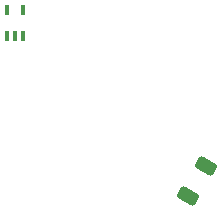
<source format=gbr>
%TF.GenerationSoftware,KiCad,Pcbnew,8.0.2-1*%
%TF.CreationDate,2024-08-06T16:02:11-04:00*%
%TF.ProjectId,Untitled,556e7469-746c-4656-942e-6b696361645f,rev?*%
%TF.SameCoordinates,Original*%
%TF.FileFunction,Paste,Bot*%
%TF.FilePolarity,Positive*%
%FSLAX46Y46*%
G04 Gerber Fmt 4.6, Leading zero omitted, Abs format (unit mm)*
G04 Created by KiCad (PCBNEW 8.0.2-1) date 2024-08-06 16:02:11*
%MOMM*%
%LPD*%
G01*
G04 APERTURE LIST*
G04 Aperture macros list*
%AMRoundRect*
0 Rectangle with rounded corners*
0 $1 Rounding radius*
0 $2 $3 $4 $5 $6 $7 $8 $9 X,Y pos of 4 corners*
0 Add a 4 corners polygon primitive as box body*
4,1,4,$2,$3,$4,$5,$6,$7,$8,$9,$2,$3,0*
0 Add four circle primitives for the rounded corners*
1,1,$1+$1,$2,$3*
1,1,$1+$1,$4,$5*
1,1,$1+$1,$6,$7*
1,1,$1+$1,$8,$9*
0 Add four rect primitives between the rounded corners*
20,1,$1+$1,$2,$3,$4,$5,0*
20,1,$1+$1,$4,$5,$6,$7,0*
20,1,$1+$1,$6,$7,$8,$9,0*
20,1,$1+$1,$8,$9,$2,$3,0*%
G04 Aperture macros list end*
%ADD10RoundRect,0.087500X0.087500X0.337500X-0.087500X0.337500X-0.087500X-0.337500X0.087500X-0.337500X0*%
%ADD11RoundRect,0.250000X-0.385016X0.583133X-0.697516X0.041867X0.385016X-0.583133X0.697516X-0.041867X0*%
G04 APERTURE END LIST*
D10*
%TO.C,REF\u002A\u002A*%
X103450000Y-48900000D03*
X102800000Y-48900000D03*
X102150000Y-48900000D03*
X102150000Y-46700000D03*
X103450000Y-46700000D03*
%TD*%
D11*
%TO.C,REF\u002A\u002A*%
X118931250Y-59933438D03*
X117468750Y-62466562D03*
%TD*%
M02*

</source>
